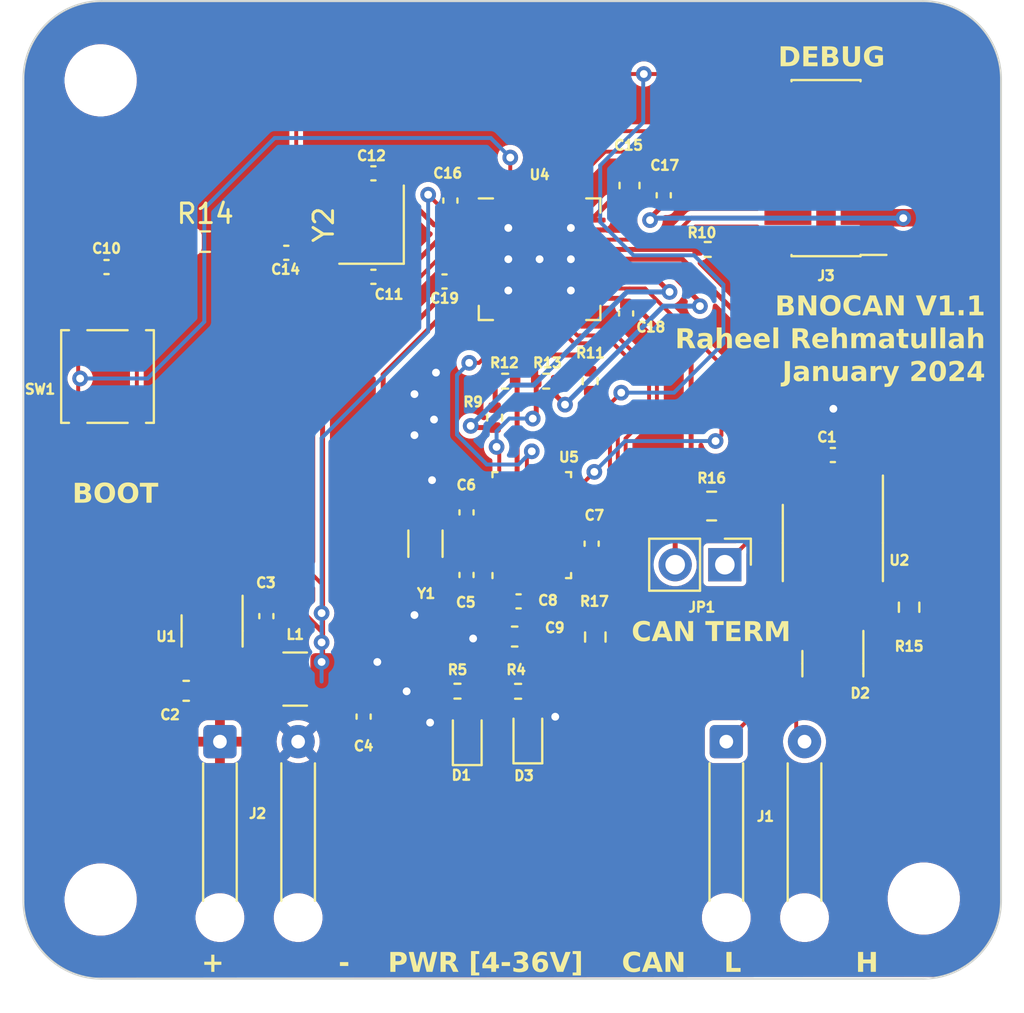
<source format=kicad_pcb>
(kicad_pcb (version 20240108) (generator "pcbnew") (generator_version "8.0")
  (layers (0 "F.Cu" signal) (31 "B.Cu" signal) (34 "B.Paste" user) (35 "F.Paste" user) (36 "B.SilkS" user "B.Silkscreen") (37 "F.SilkS" user "F.Silkscreen") (38 "B.Mask" user) (39 "F.Mask" user) (44 "Edge.Cuts" user))
  (net 0 "")
  (net 1 "VCC")
  (net 2 "GND")
  (net 3 "Net-(U1-SW)")
  (net 4 "Net-(U1-CB)")
  (net 5 "+3.3V")
  (net 6 "Net-(U5-XIN32)")
  (net 7 "Net-(U5-CLKSEL1{slash}XOUT32)")
  (net 8 "Net-(U4-BOOT0)")
  (net 9 "Net-(U4-PD1)")
  (net 10 "Net-(U4-PD0)")
  (net 11 "/CAN+")
  (net 12 "/CAN-")
  (net 13 "/~{NRST}")
  (net 14 "/MISO")
  (net 15 "/SPICLK")
  (net 16 "/MOSI")
  (net 17 "Net-(U4-PA9)")
  (net 18 "/UART_TX")
  (net 19 "Net-(U4-PA12)")
  (net 20 "/CAN_TX")
  (net 21 "Net-(U4-PA7)")
  (net 22 "/UART_RX")
  (net 23 "Net-(U2-Rs)")
  (net 24 "/CAN_RX")
  (net 29 "Net-(U5-BOOTN)")
  (net 30 "/~{CS}")
  (net 31 "/ProtocolSel1")
  (net 32 "/ProtocolSel0")
  (net 33 "/SWDIO")
  (net 34 "/SWCLK")
  (net 36 "/SWO")
  (net 41 "Net-(U5-CAP)")
  (net 43 "/~{IMU_INTR}")
  (net 52 "Net-(D1-A)")
  (net 53 "Net-(D3-A)")
  (net 54 "Net-(U4-PA2)")
  (net 55 "Net-(U4-PA3)")
  (net 56 "Net-(JP1-B)")
  (footprint "Package_DFN_QFN:QFN-36-1EP_6x6mm_P0.5mm_EP4.1x4.1mm" (layer "F.Cu") (at 136.4 68.4)
    (property "Reference" "U4")
    (property "Value" "STM32F103T8Ux")
  )
  (footprint "LED_SMD:LED_0603_1608Metric" (layer "F.Cu") (at 132.7 92.7875 90)
    (property "Reference" "D1")
    (property "Value" "RLED")
  )
  (footprint "Capacitor_SMD:C_0402_1005Metric" (layer "F.Cu") (at 123.444 68.072)
    (property "Reference" "C14")
    (property "Value" "100nF")
  )
  (footprint "Package_TO_SOT_SMD:SOT-23" (layer "F.Cu") (at 151.4 89.0875 -90)
    (property "Reference" "D2")
    (property "Value" "NUP2105L")
  )
  (footprint "Package_SO:SOIC-8_3.9x4.9mm_P1.27mm" (layer "F.Cu") (at 151.4 82.915286 -90)
    (property "Reference" "U2")
    (property "Value" "SN65HVD230")
  )
  (footprint "Connector_Wire:SolderWire-0.15sqmm_1x02_P4mm_D0.5mm_OD1.5mm_Relief" (layer "F.Cu") (at 120.05 93.075)
    (property "Reference" "J2")
    (property "Value" "PWRConn")
  )
  (footprint "Package_TO_SOT_SMD:SOT-23-6" (layer "F.Cu") (at 119.65 87.4125 -90)
    (property "Reference" "U1")
    (property "Value" "TPS560430X3FDBVR")
  )
  (footprint "Resistor_SMD:R_0402_1005Metric" (layer "F.Cu") (at 145 67.9)
    (property "Reference" "R10")
    (property "Value" "0")
  )
  (footprint "Resistor_SMD:R_0805_2012Metric_Pad1.20x1.40mm_HandSolder" (layer "F.Cu") (at 145.2 81.025 180)
    (property "Reference" "R16")
    (property "Value" "120" (hide yes))
  )
  (footprint "LED_SMD:LED_0603_1608Metric" (layer "F.Cu") (at 135.8 92.7 90)
    (property "Reference" "D3")
    (property "Value" "GLED")
  )
  (footprint "MountingHole:MountingHole_3.2mm_M3" (layer "F.Cu") (at 113.95 59.25)
    (property "Reference" "H1" (hide yes))
    (property "Value" "MountingHole")
  )
  (footprint "Capacitor_SMD:C_0603_1608Metric" (layer "F.Cu") (at 118.325 90.475 180)
    (property "Reference" "C2")
    (property "Value" "2.2uF")
  )
  (footprint "Capacitor_SMD:C_0402_1005Metric" (layer "F.Cu") (at 142.75 65.13 90)
    (property "Reference" "C17")
    (property "Value" "100nF")
  )
  (footprint "Resistor_SMD:R_0402_1005Metric" (layer "F.Cu") (at 134.6375 74.6375)
    (property "Reference" "R12")
    (property "Value" "0")
  )
  (footprint "Package_LGA:LGA-28_5.2x3.8mm_P0.5mm" (layer "F.Cu") (at 136 82 90)
    (property "Reference" "U5")
    (property "Value" "BNO085")
  )
  (footprint "Capacitor_SMD:C_0402_1005Metric" (layer "F.Cu") (at 132.6625 81.35 90)
    (property "Reference" "C6")
    (property "Value" "22pF")
  )
  (footprint "Resistor_SMD:R_0402_1005Metric" (layer "F.Cu") (at 134.1 76.5 90)
    (property "Reference" "R9")
    (property "Value" "0")
  )
  (footprint "Connector_PinHeader_1.27mm:PinHeader_2x07_P1.27mm_Vertical_SMD" (layer "F.Cu") (at 151.05 63.74 180)
    (property "Reference" "J3")
    (property "Value" "SWDConn")
  )
  (footprint "Crystal:Crystal_SMD_3215-2Pin_3.2x1.5mm" (layer "F.Cu") (at 130.5625 82.95 90)
    (property "Reference" "Y1")
    (property "Value" "G43270019")
  )
  (footprint "Capacitor_SMD:C_0402_1005Metric" (layer "F.Cu") (at 132.6625 84.55 -90)
    (property "Reference" "C5")
    (property "Value" "22pF")
  )
  (footprint "Capacitor_SMD:C_0402_1005Metric" (layer "F.Cu") (at 139.0625 82.95 -90)
    (property "Reference" "C7")
    (property "Value" "100nF" (hide yes))
  )
  (footprint "Connector_PinHeader_2.54mm:PinHeader_1x02_P2.54mm_Vertical" (layer "F.Cu") (at 145.875 84.025 -90)
    (property "Reference" "JP1")
    (property "Value" "CANjp")
  )
  (footprint "Inductor_SMD:L_1210_3225Metric" (layer "F.Cu") (at 123.9 89.875)
    (property "Reference" "L1")
    (property "Value" "12uH")
  )
  (footprint "Connector_Wire:SolderWire-0.15sqmm_1x02_P4mm_D0.5mm_OD1.5mm_Relief" (layer "F.Cu") (at 145.95 93.075)
    (property "Reference" "J1")
    (property "Value" "CANConn")
  )
  (footprint "Resistor_SMD:R_0402_1005Metric" (layer "F.Cu") (at 138.9875 74.6375 -90)
    (property "Reference" "R11")
    (property "Value" "0")
  )
  (footprint "Capacitor_SMD:C_0402_1005Metric" (layer "F.Cu") (at 151.4 78.415286)
    (property "Reference" "C1")
    (property "Value" "100nF" (hide yes))
  )
  (footprint "Capacitor_SMD:C_0402_1005Metric" (layer "F.Cu") (at 127.9 64.008 180)
    (property "Reference" "C12")
    (property "Value" "8pF")
  )
  (footprint "Resistor_SMD:R_0402_1005Metric" (layer "F.Cu") (at 136.7375 74.6375)
    (property "Reference" "R13")
    (property "Value" "0")
  )
  (footprint "Capacitor_SMD:C_0603_1608Metric" (layer "F.Cu") (at 141 64.63 90)
    (property "Reference" "C15")
    (property "Value" "1uF")
  )
  (footprint "Capacitor_SMD:C_0402_1005Metric" (layer "F.Cu") (at 131.8375 65.4 90)
    (property "Reference" "C16")
    (property "Value" "100nF")
  )
  (footprint "Button_Switch_SMD:SW_SPST_TL3305A" (layer "F.Cu") (at 114.3 74.4 90)
    (property "Reference" "SW1")
    (property "Value" "BOOT")
  )
  (footprint "Resistor_SMD:R_0603_1608Metric" (layer "F.Cu") (at 155.3 86.2 90)
    (property "Reference" "R15")
    (property "Value" "100k")
  )
  (footprint "Capacitor_SMD:C_0402_1005Metric" (layer "F.Cu") (at 127.9 69.3 180)
    (property "Reference" "C11")
    (property "Value" "8pF")
  )
  (footprint "Resistor_SMD:R_0402_1005Metric" (layer "F.Cu") (at 135.3 90.5 180)
    (property "Reference" "R4")
    (property "Value" "100")
  )
  (footprint "Capacitor_SMD:C_0402_1005Metric" (layer "F.Cu") (at 127.4 91.795 -90)
    (property "Reference" "C4")
    (property "Value" "22uF")
  )
  (footprint "Capacitor_SMD:C_0402_1005Metric" (layer "F.Cu") (at 122.425 86.655 90)
    (property "Reference" "C3")
    (property "Value" "100nF")
  )
  (footprint "Capacitor_SMD:C_0402_1005Metric" (layer "F.Cu") (at 131.5375 69.5375 180)
    (property "Reference" "C19")
    (property "Value" "100nF")
  )
  (footprint "Capacitor_SMD:C_0603_1608Metric" (layer "F.Cu") (at 135.125 87.7 180)
    (property "Reference" "C9")
    (property "Value" "1uF")
  )
  (footprint "Crystal:Crystal_SMD_3225-4Pin_3.2x2.5mm" (layer "F.Cu") (at 127.805 66.632 90)
    (property "Reference" "Y2")
    (property "Value" "STMCRYSTAL")
  )
  (footprint "Capacitor_SMD:C_0402_1005Metric" (layer "F.Cu") (at 114.25 68.8 180)
    (property "Reference" "C10")
    (property "Value" "100nF")
  )
  (footprint "Resistor_SMD:R_0603_1608Metric" (layer "F.Cu") (at 119.3 67.5)
    (property "Reference" "R14")
    (property "Value" "10k")
  )
  (footprint "MountingHole:MountingHole_3.2mm_M3" (layer "F.Cu") (at 113.95 101.15)
    (property "Reference" "H3" (hide yes))
    (property "Value" "MountingHole")
  )
  (footprint "Capacitor_SMD:C_0402_1005Metric" (layer "F.Cu") (at 140.825 71.175 -90)
    (property "Reference" "C18")
    (property "Value" "100nF")
  )
  (footprint "Resistor_SMD:R_0402_1005Metric" (layer "F.Cu") (at 132.2 90.49375)
    (property "Reference" "R5")
    (property "Value" "100")
  )
  (footprint "MountingHole:MountingHole_3.2mm_M3" (layer "F.Cu") (at 156.05 101.1)
    (property "Reference" "H2" (hide yes))
    (property "Value" "MountingHole")
  )
  (footprint "Capacitor_SMD:C_0402_1005Metric" (layer "F.Cu") (at 135.325 85.9 180)
    (property "Reference" "C8")
    (property "Value" "100nF" (hide yes))
  )
  (footprint "Resistor_SMD:R_0603_1608Metric" (layer "F.Cu") (at 139.25 87.725 90)
    (property "Reference" "R17")
    (property "Value" "10k")
  )
  (gr_arc (start 156 55.2) (mid 158.828427 56.371573) (end 160 59.2) (stroke (width 0.1)) (layer "Edge.Cuts"))
  (gr_arc (start 160 101.2) (mid 158.83843 104.01843) (end 156.028326 105.2) (stroke (width 0.1)) (layer "Edge.Cuts"))
  (gr_line (start 110 101.2) (end 110 59.2) (stroke (width 0.1)) (layer "Edge.Cuts"))
  (gr_line (start 114 55.2) (end 156 55.2) (stroke (width 0.1)) (layer "Edge.Cuts"))
  (gr_arc (start 110 59.2) (mid 111.171573 56.371573) (end 114 55.2) (stroke (width 0.1)) (layer "Edge.Cuts"))
  (gr_line (start 156.028326 105.2) (end 114 105.2) (stroke (width 0.1)) (layer "Edge.Cuts"))
  (gr_arc (start 114 105.2) (mid 111.171573 104.028427) (end 110 101.2) (stroke (width 0.1)) (layer "Edge.Cuts"))
  (gr_line (start 160 59.2) (end 160 101.2) (stroke (width 0.1)) (layer "Edge.Cuts"))
  (gr_text "DEBUG" (at 148.6 58.7 0) (layer "F.SilkS") (effects (font (size 1 1) (thickness 0.2) (bold yes)) (justify left bottom)))
  (gr_text "BNOCAN V1.1\nRaheel Rehmatullah\nJanuary 2024" (at 159.2 74.8 0) (layer "F.SilkS") (effects (font (size 1 1) (thickness 0.2) (bold yes)) (justify right bottom)))
  (gr_text "CAN TERM\n" (at 141.1 88.1 0) (layer "F.SilkS") (effects (font (size 1 1) (thickness 0.2) (bold yes)) (justify left bottom)))
  (gr_text "BOOT\n" (at 112.5 81.025 0) (layer "F.SilkS") (effects (font (size 1 1) (thickness 0.2) (bold yes)) (justify left bottom)))
  (gr_text "CAN    L            H\n " (at 140.6 106.7 0) (layer "F.SilkS") (effects (font (size 1 1) (thickness 0.2) (bold yes)) (justify left bottom)))
  (gr_text "+            -    PWR [4-36V]\n " (at 119.1 106.7 0) (layer "F.SilkS") (effects (font (size 1 1) (thickness 0.2) (bold yes)) (justify left bottom)))
  (segment (start 128.38 65.3675) (end 128.5 65.4875) (width 0.2) (layer "F.Cu") (net 2))
  (via (at 137.2 91.8) (size 0.8) (drill 0.4) (layers "F.Cu" "B.Cu") (net 2))
  (via (at 130 75.3) (size 0.8) (drill 0.4) (layers "F.Cu" "B.Cu") (net 2))
  (via (at 134.8 66.8) (size 0.8) (drill 0.4) (layers "F.Cu" "B.Cu") (net 2))
  (via (at 130.8 92.1) (size 0.8) (drill 0.4) (layers "F.Cu" "B.Cu") (net 2))
  (via (at 133 87.8) (size 0.8) (drill 0.4) (layers "F.Cu" "B.Cu") (net 2))
  (via (at 134.8 70) (size 0.8) (drill 0.4) (layers "F.Cu" "B.Cu") (net 2))
  (via (at 130 77.4) (size 0.8) (drill 0.4) (layers "F.Cu" "B.Cu") (net 2))
  (via (at 138 66.8) (size 0.8) (drill 0.4) (layers "F.Cu" "B.Cu") (net 2))
  (via (at 151.425 76.05) (size 0.8) (drill 0.4) (layers "F.Cu" "B.Cu") (net 2))
  (via (at 138 70) (size 0.8) (drill 0.4) (layers "F.Cu" "B.Cu") (net 2))
  (via (at 130 86.6) (size 0.8) (drill 0.4) (layers "F.Cu" "B.Cu") (net 2))
  (via (at 131 76.6) (size 0.8) (drill 0.4) (layers "F.Cu" "B.Cu") (net 2))
  (via (at 128.1 89) (size 0.8) (drill 0.4) (layers "F.Cu" "B.Cu") (net 2))
  (via (at 129.6 90.5) (size 0.8) (drill 0.4) (layers "F.Cu" "B.Cu") (net 2))
  (via (at 130.9 79.7) (size 0.8) (drill 0.4) (layers "F.Cu" "B.Cu") (net 2))
  (via (at 136.4 68.4) (size 0.8) (drill 0.4) (layers "F.Cu" "B.Cu") (net 2))
  (via (at 134.8 68.4) (size 0.8) (drill 0.4) (layers "F.Cu" "B.Cu") (net 2))
  (via (at 131.1 74.2) (size 0.8) (drill 0.4) (layers "F.Cu" "B.Cu") (net 2))
  (via (at 138 68.4) (size 0.8) (drill 0.4) (layers "F.Cu" "B.Cu") (net 2))
  (segment (start 122.5 89.875) (end 122.4 89.775) (width 0.889) (layer "F.Cu") (net 3))
  (segment (start 122.4 89.775) (end 122.4 87.16) (width 0.889) (layer "F.Cu") (net 3))
  (segment (start 122.425 87.135) (end 122.4 87.16) (width 0.889) (layer "F.Cu") (net 3))
  (segment (start 120.6 89.175) (end 121.2 89.775) (width 0.889) (layer "F.Cu") (net 3))
  (segment (start 121.2 89.775) (end 122.4 89.775) (width 0.889) (layer "F.Cu") (net 3))
  (segment (start 120.6 88.55) (end 120.6 89.175) (width 0.889) (layer "F.Cu") (net 3))
  (segment (start 121.075 85.8) (end 122.45 85.8) (width 0.889) (layer "F.Cu") (net 4))
  (segment (start 120.6 86.275) (end 121.075 85.8) (width 0.889) (layer "F.Cu") (net 4))
  (segment (start 131.844451 95.3) (end 136.6375 95.3) (width 0.889) (layer "F.Cu") (net 5))
  (segment (start 152.196121 82.7) (end 150.765 81.268879) (width 0.889) (layer "F.Cu") (net 5))
  (segment (start 135.795 87.47) (end 136 87.675) (width 0.25) (layer "F.Cu") (net 5))
  (segment (start 142.595 65.455) (end 142.75 65.61) (width 0.254) (layer "F.Cu") (net 5))
  (segment (start 135.677 83.75) (end 135.75 83.823) (width 0.2) (layer "F.Cu") (net 5))
  (segment (start 135.795 86.2) (end 135.795 87.47) (width 0.25) (layer "F.Cu") (net 5))
  (segment (start 150.8 79.225) (end 150.8 80.405286) (width 0.254) (layer "F.Cu") (net 5))
  (segment (start 125.3 89.875) (end 125.3 76.4) (width 0.254) (layer "F.Cu") (net 5))
  (segment (start 139.2375 66.1925) (end 139.975 65.455) (width 0.254) (layer "F.Cu") (net 5))
  (segment (start 150.92 78.415286) (end 150.92 79.105) (width 0.254) (layer "F.Cu") (net 5))
  (segment (start 153.7 82.7) (end 152.196121 82.7) (width 0.889) (layer "F.Cu") (net 5))
  (segment (start 139.975 65.455) (end 142.595 65.455) (width 0.254) (layer "F.Cu") (net 5))
  (segment (start 150.8 80.405286) (end 150.765 80.440286) (width 0.254) (layer "F.Cu") (net 5))
  (segment (start 144.15 79.05) (end 141.75 81.45) (width 0.254) (layer "F.Cu") (net 5))
  (segment (start 132.3675 68.9) (end 133.5625 68.9) (width 0.254) (layer "F.Cu") (net 5))
  (segment (start 154.98 66.28) (end 153 66.28) (width 0.889) (layer "F.Cu") (net 5))
  (segment (start 139.2375 70.4) (end 140.53 70.4) (width 0.25) (layer "F.Cu") (net 5))
  (segment (start 122.25 82) (end 119.45874 82) (width 0.2) (layer "F.Cu") (net 5))
  (segment (start 142.75 65.61) (end 142.74 65.61) (width 0.254) (layer "F.Cu") (net 5))
  (segment (start 139.25 88.5) (end 139.25 92.6875) (width 0.254) (layer "F.Cu") (net 5))
  (segment (start 118.7 84.9) (end 119.2 84.4) (width 0.254) (layer "F.Cu") (net 5))
  (segment (start 125.3 89.875) (end 126.419451 89.875) (width 0.889) (layer "F.Cu") (net 5))
  (segment (start 140.825 70.695) (end 141.195 70.695) (width 0.25) (layer "F.Cu") (net 5))
  (segment (start 141.75 86) (end 139.25 88.5) (width 0.254) (layer "F.Cu") (net 5))
  (segment (start 141.92 71.42) (end 144.15 73.65) (width 0.254) (layer "F.Cu") (net 5))
  (segment (start 131.48 65.88) (end 130.7 65.1) (width 0.2) (layer "F.Cu") (net 5))
  (segment (start 157.25 80.65) (end 157.25 67.35) (width 0.889) (layer "F.Cu") (net 5))
  (segment (start 135.75 86.155) (end 135.795 86.2) (width 0.2) (layer "F.Cu") (net 5))
  (segment (start 136.6375 95.3) (end 138.9375 93) (width 0.889) (layer "F.Cu") (net 5))
  (segment (start 132.908422 66.4) (end 133.5625 66.4) (width 0.2) (layer "F.Cu") (net 5))
  (segment (start 155.02 66.28) (end 155 66.3) (width 0.889) (layer "F.Cu") (net 5))
  (segment (start 131.8375 65.88) (end 131.48 65.88) (width 0.2) (layer "F.Cu") (net 5))
  (segment (start 141.75 81.45) (end 141.75 86) (width 0.254) (layer "F.Cu") (net 5))
  (segment (start 138.9375 93) (end 138.9375 90.6875) (width 0.889) (layer "F.Cu") (net 5))
  (segment (start 156.18 66.28) (end 155.02 66.28) (width 0.889) (layer "F.Cu") (net 5))
  (segment (start 157.25 80.65) (end 155.75 80.65) (width 0.889) (layer "F.Cu") (net 5))
  (segment (start 155.75 80.65) (end 153.7 82.7) (width 0.889) (layer "F.Cu") (net 5))
  (segment (start 122.230646 84.4) (end 125.3 87.469354) (width 0.254) (layer "F.Cu") (net 5))
  (segment (start 118.7 86.275) (end 118.7 84.9) (width 0.254) (layer "F.Cu") (net 5))
  (segment (start 115.8 69.87) (end 115.8 70.8) (width 0.2) (layer "F.Cu") (net 5))
  (segment (start 139.2375 66.4) (end 139.2375 66.1925) (width 0.254) (layer "F.Cu") (net 5))
  (segment (start 135.75 83.823) (end 135.75 84.3875) (width 0.2) (layer "F.Cu") (net 5))
  (segment (start 157.25 67.35) (end 156.18 66.28) (width 0.889) (layer "F.Cu") (net 5))
  (segment (start 132.0175 69.25) (end 132.3675 68.9) (width 0.254) (layer "F.Cu") (net 5))
  (segment (start 139.25 92.6875) (end 138.9375 93) (width 0.254) (layer "F.Cu") (net 5))
  (segment (start 125.3 76.4) (end 132.0175 69.6825) (width 0.254) (layer "F.Cu") (net 5))
  (segment (start 115.8 78.34126) (end 115.8 78) (width 0.2) (layer "F.Cu") (net 5))
  (segment (start 154.1 97.8) (end 157.25 94.65) (width 0.889) (layer "F.Cu") (net 5))
  (segment (start 132.0175 69.6825) (end 132.0175 69.5375) (width 0.254) (layer "F.Cu") (net 5))
  (segment (start 150.765 81.268879) (end 150.765 80.440286) (width 0.889) (layer "F.Cu") (net 5))
  (segment (start 132.388422 65.88) (end 132.908422 66.4) (width 0.2) (layer "F.Cu") (net 5))
  (segment (start 144.15 73.65) (end 144.15 79.05) (width 0.254) (layer "F.Cu") (net 5))
  (segment (start 138.9375 90.6875) (end 135.9425 87.6925) (width 0.889) (layer "F.Cu") (net 5))
  (segment (start 126.419451 89.875) (end 131.844451 95.3) (width 0.889) (layer "F.Cu") (net 5))
  (segment (start 115.8 70.8) (end 115.8 78) (width 0.2) (layer "F.Cu") (net 5))
  (segment (start 125.3 85.05) (end 122.25 82) (width 0.2) (layer "F.Cu") (net 5))
  (segment (start 157.25 94.65) (end 157.25 80.65) (width 0.889) (layer "F.Cu") (net 5))
  (segment (start 140.53 70.4) (end 140.825 70.695) (width 0.25) (layer "F.Cu") (net 5))
  (segment (start 114.73 68.8) (end 115.8 69.87) (width 0.2) (layer "F.Cu") (net 5))
  (segment (start 155 66.3) (end 154.98 66.28) (width 0.889) (layer "F.Cu") (net 5))
  (segment (start 141.1 93) (end 145.9 97.8) (width 0.889) (layer "F.Cu") (net 5))
  (segment (start 141.195 70.695) (end 141.92 71.42) (width 0.25) (layer "F.Cu") (net 5))
  (segment (start 138.9375 93) (end 141.1 93) (width 0.889) (layer "F.Cu") (net 5))
  (segment (start 132.0175 69.5375) (end 132.0175 69.25) (width 0.254) (layer "F.Cu") (net 5))
  (segment (start 142.74 65.61) (end 142.05 66.3) (width 0.254) (layer "F.Cu") (net 5))
  (segment (start 125.3 87.469354) (end 125.3 89.875) (width 0.254) (layer "F.Cu") (net 5))
  (segment (start 119.2 84.4) (end 122.230646 84.4) (width 0.254) (layer "F.Cu") (net 5))
  (segment (start 125.3 89.875) (end 125.3 85.05) (width 0.2) (layer "F.Cu") (net 5))
  (segment (start 134.3375 83.75) (end 135.677 83.75) (width 0.2) (layer "F.Cu") (net 5))
  (segment (start 135.75 84.3875) (end 135.75 86.155) (width 0.2) (layer "F.Cu") (net 5))
  (segment (start 131.8375 65.88) (end 132.388422 65.88) (width 0.2) (layer "F.Cu") (net 5))
  (segment (start 150.92 79.105) (end 150.8 79.225) (width 0.254) (layer "F.Cu") (net 5))
  (segment (start 119.45874 82) (end 115.8 78.34126) (width 0.2) (layer "F.Cu") (net 5))
  (segment (start 145.9 97.8) (end 154.1 97.8) (width 0.889) (layer "F.Cu") (net 5))
  (via (at 125.25 89) (size 0.8) (drill 0.4) (layers "F.Cu" "B.Cu") (net 5))
  (via (at 125.25 86.5) (size 0.8) (drill 0.4) (layers "F.Cu" "B.Cu") (net 5))
  (via (at 142.05 66.4) (size 0.8) (drill 0.4) (layers "F.Cu" "B.Cu") (net 5))
  (via (at 155 66.3) (size 0.8) (drill 0.4) (layers "F.Cu" "B.Cu") (net 5))
  (via (at 130.7 65.1) (size 0.8) (drill 0.4) (layers "F.Cu" "B.Cu") (net 5))
  (via (at 125.25 88) (size 0.8) (drill 0.4) (layers "F.Cu" "B.Cu") (net 5))
  (segment (start 142.15 66.3) (end 155 66.3) (width 0.254) (layer "B.Cu") (net 5))
  (segment (start 125.25 88) (end 125.25 89) (width 0.2) (layer "B.Cu") (net 5))
  (segment (start 130.7 72.1) (end 125.25 77.55) (width 0.2) (layer "B.Cu") (net 5))
  (segment (start 125.25 89) (end 125.25 90) (width 0.2) (layer "B.Cu") (net 5))
  (segment (start 142.05 66.4) (end 142.15 66.3) (width 0.254) (layer "B.Cu") (net 5))
  (segment (start 130.7 65.1) (end 130.7 72.1) (width 0.2) (layer "B.Cu") (net 5))
  (segment (start 125.25 86.5) (end 125.25 88) (width 0.2) (layer "B.Cu") (net 5))
  (segment (start 125.25 77.55) (end 125.25 86.5) (width 0.2) (layer "B.Cu") (net 5))
  (segment (start 133.4825 83.25) (end 134.3375 83.25) (width 0.2) (layer "F.Cu") (net 6))
  (segment (start 130.5625 84.2) (end 132.5325 84.2) (width 0.2) (layer "F.Cu") (net 6))
  (segment (start 132.5325 84.2) (end 133.4825 83.25) (width 0.2) (layer "F.Cu") (net 6))
  (segment (start 132.2375 81.7) (end 130.5625 81.7) (width 0.2) (layer "F.Cu") (net 7))
  (segment (start 133.2875 82.75) (end 132.2375 81.7) (width 0.2) (layer "F.Cu") (net 7))
  (segment (start 134.3375 82.75) (end 133.2875 82.75) (width 0.2) (layer "F.Cu") (net 7))
  (segment (start 112.8 74.6) (end 112.8 78) (width 0.2) (layer "F.Cu") (net 8))
  (segment (start 115.052254 68.19) (end 114.407746 68.19) (width 0.2) (layer "F.Cu") (net 8))
  (segment (start 114.407746 68.19) (end 112.8 69.797746) (width 0.2) (layer "F.Cu") (net 8))
  (segment (start 115.742254 67.5) (end 115.052254 68.19) (width 0.2) (layer "F.Cu") (net 8))
  (segment (start 112.8 74.4) (end 112.8 70.8) (width 0.2) (layer "F.Cu") (net 8))
  (segment (start 112.9 74.5) (end 112.8 74.6) (width 0.2) (layer "F.Cu") (net 8))
  (segment (start 118.525 67.5) (end 115.742254 67.5) (width 0.2) (layer "F.Cu") (net 8))
  (segment (start 112.9 74.5) (end 112.8 74.4) (width 0.2) (layer "F.Cu") (net 8))
  (segment (start 112.8 69.797746) (end 112.8 70.8) (width 0.2) (layer "F.Cu") (net 8))
  (segment (start 134.9 63.2) (end 134.9 65.5625) (width 0.2) (layer "F.Cu") (net 8))
  (via (at 134.9 63.2) (size 0.8) (drill 0.4) (layers "F.Cu" "B.Cu") (net 8))
  (via (at 112.9 74.5) (size 0.8) (drill 0.4) (layers "F.Cu" "B.Cu") (net 8))
  (segment (start 116.35 74.5) (end 112.9 74.5) (width 0.2) (layer "B.Cu") (net 8))
  (segment (start 119.25 71.6) (end 116.35 74.5) (width 0.2) (layer "B.Cu") (net 8))
  (segment (start 119.25 65.8) (end 119.25 71.6) (width 0.2) (layer "B.Cu") (net 8))
  (segment (start 133.9 62.2) (end 122.85 62.2) (width 0.2) (layer "B.Cu") (net 8))
  (segment (start 122.85 62.2) (end 119.25 65.8) (width 0.2) (layer "B.Cu") (net 8))
  (segment (start 134.9 63.2) (end 133.9 62.2) (width 0.2) (layer "B.Cu") (net 8))
  (segment (start 132.6625 67.4) (end 132.4 67.1375) (width 0.254) (layer "F.Cu") (net 9))
  (segment (start 133.5625 67.4) (end 132.6625 67.4) (width 0.254) (layer "F.Cu") (net 9))
  (segment (start 129.328 69.3) (end 128.38 69.3) (width 0.254) (layer "F.Cu") (net 9))
  (segment (start 128.655 67.732) (end 128.655 69.025) (width 0.25) (layer "F.Cu") (net 9))
  (segment (start 131.4905 67.1375) (end 129.328 69.3) (width 0.254) (layer "F.Cu") (net 9))
  (segment (start 128.38 69.3) (end 128.5 69.18) (width 0.2) (layer "F.Cu") (net 9))
  (segment (start 128.655 69.025) (end 128.38 69.3) (width 0.25) (layer "F.Cu") (net 9))
  (segment (start 132.4 67.1375) (end 131.4905 67.1375) (width 0.254) (layer "F.Cu") (net 9))
  (segment (start 126.815 65.392) (end 126.815 63.177) (width 0.25) (layer "F.Cu") (net 10))
  (segment (start 129.85 65.4875) (end 129.85 64.773) (width 0.254) (layer "F.Cu") (net 10))
  (segment (start 126.955 65.532) (end 126.815 65.392) (width 0.25) (layer "F.Cu") (net 10))
  (segment (start 127 62.992) (end 128.0205 62.992) (width 0.25) (layer "F.Cu") (net 10))
  (segment (start 132.804553 66.9) (end 132.542053 66.6375) (width 0.254) (layer "F.Cu") (net 10))
  (segment (start 131 66.6375) (end 129.85 65.4875) (width 0.254) (layer "F.Cu") (net 10))
  (segment (start 129.085 64.008) (end 128.38 64.008) (width 0.254) (layer "F.Cu") (net 10))
  (segment (start 129.85 64.773) (end 129.085 64.008) (width 0.254) (layer "F.Cu") (net 10))
  (segment (start 126.815 63.177) (end 127 62.992) (width 0.25) (layer "F.Cu") (net 10))
  (segment (start 133.5625 66.9) (end 132.804553 66.9) (width 0.254) (layer "F.Cu") (net 10))
  (segment (start 128.38 63.3515) (end 128.38 64.008) (width 0.25) (layer "F.Cu") (net 10))
  (segment (start 132.542053 66.6375) (end 131 66.6375) (width 0.254) (layer "F.Cu") (net 10))
  (segment (start 128.0205 62.992) (end 128.38 63.3515) (width 0.25) (layer "F.Cu") (net 10))
  (segment (start 147.425 82.25) (end 146.2 81.025) (width 0.2) (layer "F.Cu") (net 11))
  (segment (start 150.8 89.7) (end 149.525 90.975) (width 0.2) (layer "F.Cu") (net 11))
  (segment (start 149.525 90.975) (end 149.525 93.075) (width 0.2) (layer "F.Cu") (net 11))
  (segment (start 151.625001 83.731801) (end 150.1432 82.25) (width 0.2) (layer "F.Cu") (net 11))
  (segment (start 150.1432 82.25) (end 147.425 82.25) (width 0.2) (layer "F.Cu") (net 11))
  (segment (start 152.035 85.390286) (end 151.625001 84.980287) (width 0.2) (layer "F.Cu") (net 11))
  (segment (start 151.625 85.800286) (end 151.625 87.425) (width 0.2) (layer "F.Cu") (net 11))
  (segment (start 151.625 87.425) (end 152.35 88.15) (width 0.2) (layer "F.Cu") (net 11))
  (segment (start 151.5125 88.9875) (end 151.063604 88.9875) (width 0.2) (layer "F.Cu") (net 11))
  (segment (start 152.035 85.390286) (end 151.625 85.800286) (width 0.2) (layer "F.Cu") (net 11))
  (segment (start 150.8 89.251104) (end 150.8 89.7) (width 0.2) (layer "F.Cu") (net 11))
  (segment (start 151.063604 88.9875) (end 150.8 89.251104) (width 0.2) (layer "F.Cu") (net 11))
  (segment (start 151.625001 84.980287) (end 151.625001 83.731801) (width 0.2) (layer "F.Cu") (net 11))
  (segment (start 152.35 88.15) (end 151.5125 88.9875) (width 0.2) (layer "F.Cu") (net 11))
  (segment (start 149.338603 90.525) (end 148.5 90.525) (width 0.2) (layer "F.Cu") (net 12))
  (segment (start 151.175 85.800286) (end 151.175 87.425) (width 0.2) (layer "F.Cu") (net 12))
  (segment (start 149.9068 82.65) (end 147.25 82.65) (width 0.2) (layer "F.Cu") (net 12))
  (segment (start 150.350019 89.064716) (end 150.350019 89.513584) (width 0.2) (layer "F.Cu") (net 12))
  (segment (start 148.5 90.525) (end 145.95 93.075) (width 0.2) (layer "F.Cu") (net 12))
  (segment (start 150.765 85.390286) (end 151.174999 84.980287) (width 0.2) (layer "F.Cu") (net 12))
  (segment (start 151.174999 83.918199) (end 149.9068 82.65) (width 0.2) (layer "F.Cu") (net 12))
  (segment (start 150.45 88.15) (end 150.45 88.964734) (width 0.2) (layer "F.Cu") (net 12))
  (segment (start 150.765 85.390286) (end 151.175 85.800286) (width 0.2) (layer "F.Cu") (net 12))
  (segment (start 151.175 87.425) (end 150.45 88.15) (width 0.2) (layer "F.Cu") (net 12))
  (segment (start 151.174999 84.980287) (end 151.174999 83.918199) (width 0.2) (layer "F.Cu") (net 12))
  (segment (start 150.45 88.964734) (end 150.350019 89.064716) (width 0.2) (layer "F.Cu") (net 12))
  (segment (start 147.25 82.65) (end 145.875 84.025) (width 0.2) (layer "F.Cu") (net 12))
  (segment (start 150.350019 89.513584) (end 149.338603 90.525) (width 0.2) (layer "F.Cu") (net 12))
  (segment (start 128.5 71.1) (end 126.9 71.1) (width 0.2) (layer "F.Cu") (net 13))
  (segment (start 123.952 60.452) (end 125.476 58.928) (width 0.2) (layer "F.Cu") (net 13))
  (segment (start 138.227 81.75) (end 140 79.977) (width 0.2) (layer "F.Cu") (net 13))
  (segment (start 140 75.8) (end 140.575 75.225) (width 0.2) (layer "F.Cu") (net 13))
  (segment (start 125.476 58.928) (end 144.78 58.928) (width 0.2) (layer "F.Cu") (net 13))
  (segment (start 144.78 58.928) (end 147.052 61.2) (width 0.2) (layer "F.Cu") (net 13))
  (segment (start 126.9 71.1) (end 123.952 68.152) (width 0.2) (layer "F.Cu") (net 13))
  (segment (start 123.952 68.152) (end 123.952 60.452) (width 0.2) (layer "F.Cu") (net 13))
  (segment (start 147.052 61.2) (end 149.1 61.2) (width 0.2) (layer "F.Cu") (net 13))
  (segment (start 140 79.977) (end 140 75.8) (width 0.2) (layer "F.Cu") (net 13))
  (segment (start 137.6625 81.75) (end 138.227 81.75) (width 0.2) (layer "F.Cu") (net 13))
  (segment (start 131.7 67.9) (end 128.5 71.1) (width 0.2) (layer "F.Cu") (net 13))
  (segment (start 133.5625 67.9) (end 131.7 67.9) (width 0.2) (layer "F.Cu") (net 13))
  (via (at 141.732 58.928) (size 0.8) (drill 0.4) (layers "F.Cu" "B.Cu") (net 13))
  (via (at 140.575 75.225) (size 0.8) (drill 0.4) (layers "F.Cu" "B.Cu") (net 13))
  (segment (start 141.2 68.2) (end 144.3 68.2) (width 0.2) (layer "B.Cu") (net 13))
  (segment (start 141.7 61.4) (end 139.5 63.6) (width 0.2) (layer "B.Cu") (net 13))
  (segment (start 145.8 69.7) (end 145.8 72.7) (width 0.2) (layer "B.Cu") (net 13))
  (segment (start 141.7 58.96) (end 141.7 61.4) (width 0.2) (layer "B.Cu") (net 13))
  (segment (start 145.8 72.7) (end 143.275 75.225) (width 0.2) (layer "B.Cu") (net 13))
  (segment (start 139.5 63.6) (end 139.5 66.5) (width 0.2) (layer "B.Cu") (net 13))
  (segment (start 144.3 68.2) (end 145.8 69.7) (width 0.2) (layer "B.Cu") (net 13))
  (segment (start 143.275 75.225) (end 140.575 75.225) (width 0.2) (layer "B.Cu") (net 13))
  (segment (start 141.732 58.928) (end 141.7 58.96) (width 0.2) (layer "B.Cu") (net 13))
  (segment (start 139.5 66.5) (end 141.2 68.2) (width 0.2) (layer "B.Cu") (net 13))
  (segment (start 135.9 73.475) (end 136.2 73.775) (width 0.254) (layer "F.Cu") (net 14))
  (segment (start 135.9 71.2375) (end 135.9 73.475) (width 0.254) (layer "F.Cu") (net 14))
  (segment (start 134.2 78) (end 134.3375 78.1375) (width 0.2) (layer "F.Cu") (net 14))
  (segment (start 136.2275 76.3725) (end 136.2275 74.6375) (width 0.254) (layer "F.Cu") (net 14))
  (segment (start 136.05 76.55) (end 136.2275 76.3725) (width 0.254) (layer "F.Cu") (net 14))
  (segment (start 134.3375 78.1375) (end 134.3375 79.75) (width 0.2) (layer "F.Cu") (net 14))
  (segment (start 136.2 74.61) (end 136.2275 74.6375) (width 0.254) (layer "F.Cu") (net 14))
  (segment (start 136.2 73.775) (end 136.2 74.61) (width 0.254) (layer "F.Cu") (net 14))
  (via (at 134.2 78) (size 0.8) (drill 0.4) (layers "F.Cu" "B.Cu") (net 14))
  (via (at 136.05 76.55) (size 0.8) (drill 0.4) (layers "F.Cu" "B.Cu") (net 14))
  (segment (start 134.85 76.55) (end 136.05 76.55) (width 0.2) (layer "B.Cu") (net 14))
  (segment (start 134.2 77.2) (end 134.85 76.55) (width 0.2) (layer "B.Cu") (net 14))
  (segment (start 134.2 78) (end 134.2 77.2) (width 0.2) (layer "B.Cu") (net 14))
  (segment (start 135.4 71.2375) (end 135.4 73.575) (width 0.254) (layer "F.Cu") (net 15))
  (segment (start 135.25 74.74) (end 135.25 79.6125) (width 0.254) (layer "F.Cu") (net 15))
  (segment (start 135.1475 74.6375) (end 135.25 74.74) (width 0.254) (layer "F.Cu") (net 15))
  (segment (start 135.2 74.585) (end 135.1475 74.6375) (width 0.254) (layer "F.Cu") (net 15))
  (segment (start 135.2 73.775) (end 135.2 74.585) (width 0.254) (layer "F.Cu") (net 15))
  (segment (start 135.4 73.575) (end 135.2 73.775) (width 0.254) (layer "F.Cu") (net 15))
  (segment (start 139 77.6) (end 139 75.16) (width 0.2) (layer "F.Cu") (net 16))
  (segment (start 139 75.16) (end 138.9875 75.1475) (width 0.2) (layer "F.Cu") (net 16))
  (segment (start 136.25 79.048) (end 137.223 78.075) (width 0.2) (layer "F.Cu") (net 16))
  (segment (start 138.525 78.075) (end 139 77.6) (width 0.2) (layer "F.Cu") (net 16))
  (segment (start 136.25 79.6125) (end 136.25 79.048) (width 0.2) (layer "F.Cu") (net 16))
  (segment (start 137.223 78.075) (end 138.525 78.075) (width 0.2) (layer "F.Cu") (net 16))
  (segment (start 143.046073 70.0735) (end 142.372573 69.4) (width 0.254) (layer "F.Cu") (net 17))
  (segment (start 132.96 77.01) (end 134.1 77.01) (width 0.254) (layer "F.Cu") (net 17))
  (segment (start 132.875 76.925) (end 132.96 77.01) (width 0.254) (layer "F.Cu") (net 17))
  (segment (start 142.372573 69.4) (end 139.2375 69.4) (width 0.254) (layer "F.Cu") (net 17))
  (via (at 143.046073 70.0735) (size 0.8) (drill 0.4) (layers "F.Cu" "B.Cu") (net 17))
  (via (at 132.875 76.925) (size 0.8) (drill 0.4) (layers "F.Cu" "B.Cu") (net 17))
  (segment (start 134.9625 74.8375) (end 132.875 76.925) (width 0.254) (layer "B.Cu") (net 17))
  (segment (start 136.1 74.8375) (end 134.9625 74.8375) (width 0.254) (layer "B.Cu") (net 17))
  (segment (start 140.864 70.0735) (end 136.1 74.8375) (width 0.254) (layer "B.Cu") (net 17))
  (segment (start 143.046073 70.0735) (end 140.864 70.0735) (width 0.254) (layer "B.Cu") (net 17))
  (segment (start 134.1275 75.9625) (end 134.1275 74.6375) (width 0.254) (layer "F.Cu") (net 18))
  (segment (start 134.1 75.99) (end 134.1275 75.9625) (width 0.254) (layer "F.Cu") (net 18))
  (segment (start 144.49 67.9) (end 139.2375 67.9) (width 0.254) (layer "F.Cu") (net 19))
  (segment (start 146 67.9) (end 145.51 67.9) (width 0.254) (layer "F.Cu") (net 20))
  (segment (start 153.305 75.205) (end 146 67.9) (width 0.254) (layer "F.Cu") (net 20))
  (segment (start 153.305 80.440286) (end 153.305 75.205) (width 0.254) (layer "F.Cu") (net 20))
  (segment (start 138.9875 74.1275) (end 138.9875 73.7875) (width 0.254) (layer "F.Cu") (net 21))
  (segment (start 137 73.3) (end 136.4 72.7) (width 0.254) (layer "F.Cu") (net 21))
  (segment (start 138.9875 73.7875) (end 138.5 73.3) (width 0.254) (layer "F.Cu") (net 21))
  (segment (start 136.4 72.7) (end 136.4 71.2375) (width 0.254) (layer "F.Cu") (net 21))
  (segment (start 138.5 73.3) (end 137 73.3) (width 0.254) (layer "F.Cu") (net 21))
  (segment (start 144.6 70.8) (end 144.6 70.6) (width 0.254) (layer "F.Cu") (net 22))
  (segment (start 144.6 70.6) (end 142.9 68.9) (width 0.254) (layer "F.Cu") (net 22))
  (segment (start 137.2475 74.6375) (end 137.2475 75.385) (width 0.254) (layer "F.Cu") (net 22))
  (segment (start 137.2475 75.385) (end 137.7 75.8375) (width 0.254) (layer "F.Cu") (net 22))
  (segment (start 142.9 68.9) (end 139.2375 68.9) (width 0.254) (layer "F.Cu") (net 22))
  (via (at 144.6 70.8) (size 0.8) (drill 0.4) (layers "F.Cu" "B.Cu") (net 22))
  (via (at 137.7 75.8375) (size 0.8) (drill 0.4) (layers "F.Cu" "B.Cu") (net 22))
  (segment (start 144.6 70.8) (end 142.7375 70.8) (width 0.254) (layer "B.Cu") (net 22))
  (segment (start 142.7375 70.8) (end 137.7 75.8375) (width 0.254) (layer "B.Cu") (net 22))
  (segment (start 153.305 85.390286) (end 155.35 85.390286) (width 0.254) (layer "F.Cu") (net 23))
  (segment (start 139.2375 68.4) (end 143.7 68.4) (width 0.254) (layer "F.Cu") (net 24))
  (segment (start 149.495 74.195) (end 149.495 80.440286) (width 0.254) (layer "F.Cu") (net 24))
  (segment (start 143.7 68.4) (end 149.495 74.195) (width 0.254) (layer "F.Cu") (net 24))
  (segment (start 136.25 84.3875) (end 136.25 85.05) (width 0.2) (layer "F.Cu") (net 29))
  (segment (start 138.15 86.95) (end 139.25 86.95) (width 0.2) (layer "F.Cu") (net 29))
  (segment (start 136.25 85.05) (end 138.15 86.95) (width 0.2) (layer "F.Cu") (net 29))
  (segment (start 135.75 78.475) (end 135.75 79.6125) (width 0.2) (layer "F.Cu") (net 30))
  (segment (start 133.30387 73.7) (end 132.8 73.7) (width 0.2) (layer "F.Cu") (net 30))
  (segment (start 136 78.225) (end 135.75 78.475) (width 0.2) (layer "F.Cu") (net 30))
  (segment (start 134.9 71.2375) (end 134.9 72.10387) (width 0.2) (layer "F.Cu") (net 30))
  (segment (start 134.9 72.10387) (end 133.30387 73.7) (width 0.2) (layer "F.Cu") (net 30))
  (via (at 136 78.225) (size 0.8) (drill 0.4) (layers "F.Cu" "B.Cu") (net 30))
  (via (at 132.8 73.7) (size 0.8) (drill 0.4) (layers "F.Cu" "B.Cu") (net 30))
  (segment (start 132.175 77.375) (end 132.175 74.325) (width 0.2) (layer "B.Cu") (net 30))
  (segment (start 136 78.225) (end 135.325 78.9) (width 0.2) (layer "B.Cu") (net 30))
  (segment (start 132.175 74.325) (end 132.8 73.7) (width 0.2) (layer "B.Cu") (net 30))
  (segment (start 135.325 78.9) (end 133.7 78.9) (width 0.2) (layer "B.Cu") (net 30))
  (segment (start 133.7 78.9) (end 132.175 77.375) (width 0.2) (layer "B.Cu") (net 30))
  (segment (start 140.8 84.1) (end 139.5 85.4) (width 0.2) (layer "F.Cu") (net 31))
  (segment (start 140.328185 72.3) (end 142.4 74.371815) (width 0.2) (layer "F.Cu") (net 31))
  (segment (start 140.8 77.565686) (end 140.8 84.1) (width 0.2) (layer "F.Cu") (net 31))
  (segment (start 142.4 75.965686) (end 140.8 77.565686) (width 0.2) (layer "F.Cu") (net 31))
  (segment (start 142.4 74.371815) (end 142.4 75.965686) (width 0.2) (layer "F.Cu") (net 31))
  (segment (start 139.5 85.4) (end 137.3 85.4) (width 0.2) (layer "F.Cu") (net 31))
  (segment (start 137.9 71.870444) (end 138.329556 72.3) (width 0.2) (layer "F.Cu") (net 31))
  (segment (start 138.329556 72.3) (end 140.328185 72.3) (width 0.2) (layer "F.Cu") (net 31))
  (segment (start 136.75 84.85) (end 136.75 84.3875) (width 0.2) (layer "F.Cu") (net 31))
  (segment (start 137.9 71.2375) (end 137.9 71.870444) (width 0.2) (layer "F.Cu") (net 31))
  (segment (start 137.3 85.4) (end 136.75 84.85) (width 0.2) (layer "F.Cu") (net 31))
  (segment (start 140.4 77.4) (end 142 75.8) (width 0.2) (layer "F.Cu") (net 32))
  (segment (start 140.1625 72.7) (end 138.163871 72.7) (width 0.2) (layer "F.Cu") (net 32))
  (segment (start 138.163871 72.7) (end 137.4 71.93613) (width 0.2) (layer "F.Cu") (net 32))
  (segment (start 140.4 83.024754) (end 140.4 77.4) (width 0.2) (layer "F.Cu") (net 32))
  (segment (start 137.6625 84.25) (end 139.174754 84.25) (width 0.2) (layer "F.Cu") (net 32))
  (segment (start 142 74.5375) (end 140.1625 72.7) (width 0.2) (layer "F.Cu") (net 32))
  (segment (start 137.4 71.93613) (end 137.4 71.2375) (width 0.2) (layer "F.Cu") (net 32))
  (segment (start 139.174754 84.25) (end 140.4 83.024754) (width 0.2) (layer "F.Cu") (net 32))
  (segment (start 142 75.8) (end 142 74.5375) (width 0.2) (layer "F.Cu") (net 32))
  (segment (start 143.05 67.4) (end 144.17 66.28) (width 0.2) (layer "F.Cu") (net 33))
  (segment (start 139.2375 67.4) (end 143.05 67.4) (width 0.2) (layer "F.Cu") (net 33))
  (segment (start 144.17 66.28) (end 149.1 66.28) (width 0.2) (layer "F.Cu") (net 33))
  (segment (start 146.21 65.01) (end 144.1 62.9) (width 0.2) (layer "F.Cu") (net 34))
  (segment (start 139.75 62.9) (end 138.4 64.25) (width 0.2) (layer "F.Cu") (net 34))
  (segment (start 138.4 64.25) (end 138.4 65.5625) (width 0.2) (layer "F.Cu") (net 34))
  (segment (start 149.1 65.01) (end 146.21 65.01) (width 0.2) (layer "F.Cu") (net 34))
  (segment (start 144.1 62.9) (end 139.75 62.9) (width 0.2) (layer "F.Cu") (net 34))
  (segment (start 139.2 61.85) (end 137.4 63.65) (width 0.2) (layer "F.Cu") (net 36))
  (segment (start 144.15 61.85) (end 139.2 61.85) (width 0.2) (layer "F.Cu") (net 36))
  (segment (start 137.4 63.65) (end 137.4 65.5625) (width 0.2) (layer "F.Cu") (net 36))
  (segment (start 146.04 63.74) (end 144.15 61.85) (width 0.2) (layer "F.Cu") (net 36))
  (segment (start 149.1 63.74) (end 146.04 63.74) (width 0.2) (layer "F.Cu") (net 36))
  (segment (start 138.3825 82.75) (end 137.6625 82.75) (width 0.2) (layer "F.Cu") (net 41))
  (segment (start 139.0625 83.43) (end 138.3825 82.75) (width 0.2) (layer "F.Cu") (net 41))
  (segment (start 139.2 79.277) (end 138.227 80.25) (width 0.2) (layer "F.Cu") (net 43))
  (segment (start 141.8 69.9) (end 145.7 73.8) (width 0.2) (layer "F.Cu") (net 43))
  (segment (start 139.2375 69.9) (end 141.00387 69.9) (width 0.2) (layer "F.Cu") (net 43))
  (segment (start 138.227 80.25) (end 137.6625 80.25) (width 0.2) (layer "F.Cu") (net 43))
  (segment (start 141.00387 69.9) (end 141.8 69.9) (width 0.2) (layer "F.Cu") (net 43))
  (segment (start 145.7 77.4) (end 145.4 77.7) (width 0.2) (layer "F.Cu") (net 43))
  (segment (start 145.7 73.8) (end 145.7 77.4) (width 0.2) (layer "F.Cu") (net 43))
  (via (at 139.2 79.277) (size 0.8) (drill 0.4) (layers "F.Cu" "B.Cu") (net 43))
  (via (at 145.4 77.7) (size 0.8) (drill 0.4) (layers "F.Cu" "B.Cu") (net 43))
  (segment (start 139.2 79.277) (end 140.777 77.7) (width 0.2) (layer "B.Cu") (net 43))
  (segment (start 140.777 77.7) (end 145.4 77.7) (width 0.2) (layer "B.Cu") (net 43))
  (segment (start 132.7 90.50375) (end 132.71 90.49375) (width 0.2) (layer "F.Cu") (net 52))
  (segment (start 132.7 92) (end 132.7 90.50375) (width 0.2) (layer "F.Cu") (net 52))
  (segment (start 135.8 91.9125) (end 135.8 90.51) (width 0.2) (layer "F.Cu") (net 53))
  (segment (start 135.8 90.51) (end 135.81 90.5) (width 0.2) (layer "F.Cu") (net 53))
  (segment (start 128.4 87.4) (end 128.4 74.3) (width 0.254) (layer "F.Cu") (net 54))
  (segment (start 131.49375 90.49375) (end 128.4 87.4) (width 0.254) (layer "F.Cu") (net 54))
  (segment (start 128.4 74.3) (end 132.3 70.4) (width 0.254) (layer "F.Cu") (net 54))
  (segment (start 131.69 90.49375) (end 131.49375 90.49375) (width 0.254) (layer "F.Cu") (net 54))
  (segment (start 132.3 70.4) (end 133.5625 70.4) (width 0.254) (layer "F.Cu") (net 54))
  (segment (start 133.6 72.8) (end 134.4 72) (width 0.254) (layer "F.Cu") (net 55))
  (segment (start 130 88) (end 128.854 86.854) (width 0.254) (layer "F.Cu") (net 55))
  (segment (start 128.854 86.854) (end 128.854 74.746) (width 0.254) (layer "F.Cu") (net 55))
  (segment (start 134.79 90.5) (end 134.225 90.5) (width 0.254) (layer "F.Cu") (net 55))
  (segment (start 134.4 72) (end 134.4 71.2375) (width 0.254) (layer "F.Cu") (net 55))
  (segment (start 134.225 90.5) (end 131.725 88) (width 0.254) (layer "F.Cu") (net 55))
  (segment (start 128.854 74.746) (end 130.8 72.8) (width 0.254) (layer "F.Cu") (net 55))
  (segment (start 130.8 72.8) (end 133.6 72.8) (width 0.254) (layer "F.Cu") (net 55))
  (segment (start 131.725 88) (end 130 88) (width 0.254) (layer "F.Cu") (net 55))
  (segment (start 143.335 81.89) (end 143.335 84.025) (width 0.254) (layer "F.Cu") (net 56))
  (segment (start 144.2 81.025) (end 143.335 81.89) (width 0.254) (layer "F.Cu") (net 56))
  (zone (net 1) (net_name "VCC") (layer "F.Cu") (priority 1) (connect_pads thru_hole_only (clearance 0.25)) (min_thickness 0.25) (fill yes (thermal_gap 0.25) (thermal_bridge_width 0.5))
    (polygon (pts (xy 118 88) (xy 118.25 87.8) (xy 119.8 87.8) (xy 120.15 88.05) (xy 120.15 91.1) (xy 120.6 91.4) (xy 121.35 91.4) (xy 121.7 91.75) (xy 121.7 94.1) (xy 121.4 94.6) (xy 118.6 94.6) (xy 118 93.85)))
  )
  (zone (net 2) (net_name "GND") (layers "F&B.Cu") (connect_pads thru_hole_only (clearance 0.25)) (min_thickness 0.25) (fill yes (thermal_gap 0.25) (thermal_bridge_width 0.5) (island_removal_mode 2) (island_area_min 10))
    (polygon (pts (xy 109.95 55.25) (xy 109.95 105.15) (xy 160.05 105.1) (xy 160 55.15)))
  )
)
</source>
